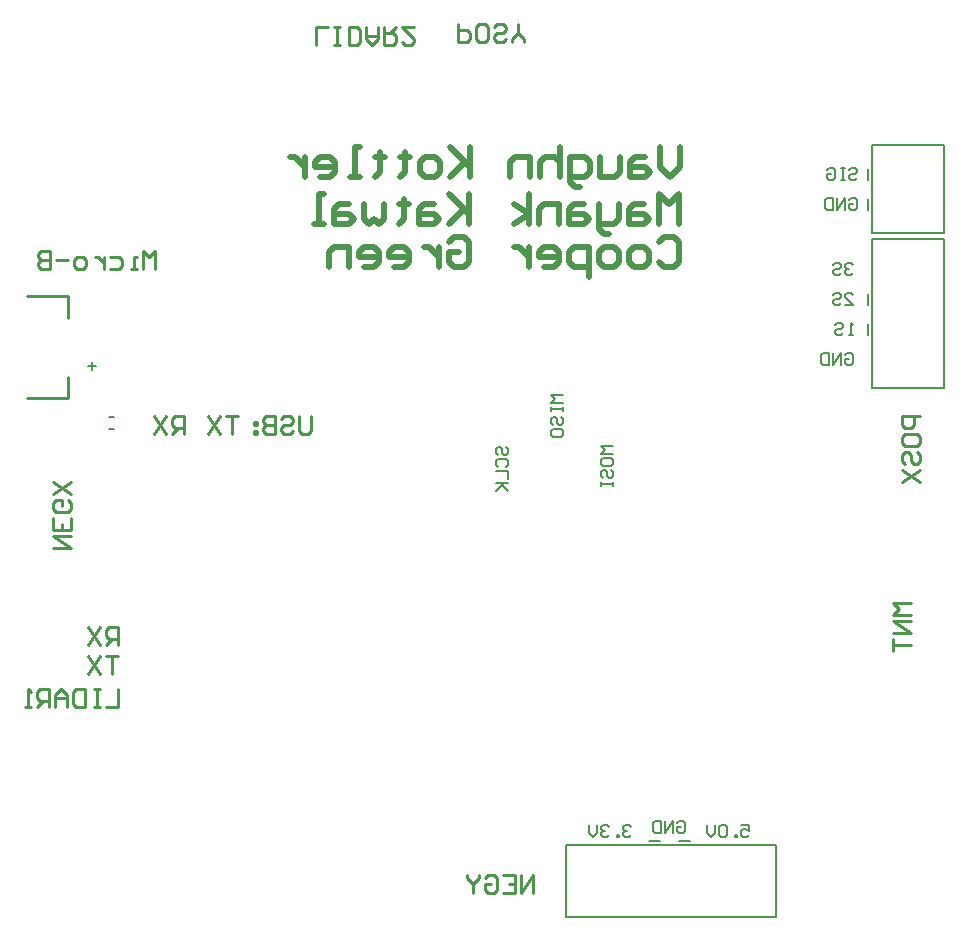
<source format=gbo>
G04*
G04 #@! TF.GenerationSoftware,Altium Limited,Altium Designer,18.1.6 (161)*
G04*
G04 Layer_Color=32896*
%FSLAX25Y25*%
%MOIN*%
G70*
G01*
G75*
%ADD12C,0.01000*%
%ADD14C,0.00787*%
%ADD16C,0.00800*%
%ADD17C,0.02000*%
%ADD19C,0.00591*%
%ADD95C,0.00500*%
D12*
X136969Y342228D02*
X150354D01*
Y335142D02*
Y342228D01*
Y308370D02*
Y315457D01*
X136969Y308370D02*
X150354D01*
X179500Y351500D02*
Y357498D01*
X177501Y355499D01*
X175501Y357498D01*
Y351500D01*
X173502D02*
X171503D01*
X172502D01*
Y355499D01*
X173502D01*
X164505D02*
X167504D01*
X168504Y354499D01*
Y352500D01*
X167504Y351500D01*
X164505D01*
X162505Y355499D02*
Y351500D01*
Y353499D01*
X161506Y354499D01*
X160506Y355499D01*
X159506D01*
X155508Y351500D02*
X153508D01*
X152509Y352500D01*
Y354499D01*
X153508Y355499D01*
X155508D01*
X156507Y354499D01*
Y352500D01*
X155508Y351500D01*
X150509Y354499D02*
X146511D01*
X144511Y357498D02*
Y351500D01*
X141512D01*
X140513Y352500D01*
Y353499D01*
X141512Y354499D01*
X144511D01*
X141512D01*
X140513Y355499D01*
Y356498D01*
X141512Y357498D01*
X144511D01*
X167000Y226189D02*
Y232187D01*
X164001D01*
X163001Y231187D01*
Y229188D01*
X164001Y228188D01*
X167000D01*
X165001D02*
X163001Y226189D01*
X161002Y232187D02*
X157003Y226189D01*
Y232187D02*
X161002Y226189D01*
X167000Y222498D02*
X163001D01*
X165001D01*
Y216500D01*
X161002Y222498D02*
X157003Y216500D01*
Y222498D02*
X161002Y216500D01*
X231500Y302498D02*
Y297500D01*
X230500Y296500D01*
X228501D01*
X227501Y297500D01*
Y302498D01*
X221503Y301498D02*
X222503Y302498D01*
X224502D01*
X225502Y301498D01*
Y300499D01*
X224502Y299499D01*
X222503D01*
X221503Y298499D01*
Y297500D01*
X222503Y296500D01*
X224502D01*
X225502Y297500D01*
X219504Y302498D02*
Y296500D01*
X216505D01*
X215505Y297500D01*
Y298499D01*
X216505Y299499D01*
X219504D01*
X216505D01*
X215505Y300499D01*
Y301498D01*
X216505Y302498D01*
X219504D01*
X213506Y300499D02*
X212506D01*
Y299499D01*
X213506D01*
Y300499D01*
Y297500D02*
X212506D01*
Y296500D01*
X213506D01*
Y297500D01*
X207000Y302498D02*
X203001D01*
X205001D01*
Y296500D01*
X201002Y302498D02*
X197003Y296500D01*
Y302498D02*
X201002Y296500D01*
X189000D02*
Y302498D01*
X186001D01*
X185001Y301498D01*
Y299499D01*
X186001Y298499D01*
X189000D01*
X187001D02*
X185001Y296500D01*
X183002Y302498D02*
X179003Y296500D01*
Y302498D02*
X183002Y296500D01*
X233000Y426002D02*
Y432000D01*
X236999D01*
X238998Y426002D02*
X240997D01*
X239998D01*
Y432000D01*
X238998D01*
X240997D01*
X243996Y426002D02*
Y432000D01*
X246995D01*
X247995Y431000D01*
Y427002D01*
X246995Y426002D01*
X243996D01*
X249994Y432000D02*
Y428001D01*
X251994Y426002D01*
X253993Y428001D01*
Y432000D01*
Y429001D01*
X249994D01*
X255993Y432000D02*
Y426002D01*
X258992D01*
X259991Y427002D01*
Y429001D01*
X258992Y430001D01*
X255993D01*
X257992D02*
X259991Y432000D01*
X265989D02*
X261991D01*
X265989Y428001D01*
Y427002D01*
X264990Y426002D01*
X262990D01*
X261991Y427002D01*
X167000Y211498D02*
Y205500D01*
X163001D01*
X161002Y211498D02*
X159003D01*
X160002D01*
Y205500D01*
X161002D01*
X159003D01*
X156004Y211498D02*
Y205500D01*
X153005D01*
X152005Y206500D01*
Y210498D01*
X153005Y211498D01*
X156004D01*
X150005Y205500D02*
Y209499D01*
X148006Y211498D01*
X146007Y209499D01*
Y205500D01*
Y208499D01*
X150005D01*
X144007Y205500D02*
Y211498D01*
X141008D01*
X140009Y210498D01*
Y208499D01*
X141008Y207499D01*
X144007D01*
X142008D02*
X140009Y205500D01*
X138009D02*
X136010D01*
X137010D01*
Y211498D01*
X138009Y210498D01*
X431500Y240000D02*
X425502D01*
X427501Y238001D01*
X425502Y236001D01*
X431500D01*
Y234002D02*
X425502D01*
X431500Y230003D01*
X425502D01*
Y228004D02*
Y224005D01*
Y226005D01*
X431500D01*
X280500Y433000D02*
Y427002D01*
X283499D01*
X284499Y428002D01*
Y430001D01*
X283499Y431001D01*
X280500D01*
X289497Y427002D02*
X287498D01*
X286498Y428002D01*
Y432000D01*
X287498Y433000D01*
X289497D01*
X290497Y432000D01*
Y428002D01*
X289497Y427002D01*
X296495Y428002D02*
X295495Y427002D01*
X293496D01*
X292496Y428002D01*
Y429001D01*
X293496Y430001D01*
X295495D01*
X296495Y431001D01*
Y432000D01*
X295495Y433000D01*
X293496D01*
X292496Y432000D01*
X298494Y427002D02*
Y428002D01*
X300494Y430001D01*
X302493Y428002D01*
Y427002D01*
X300494Y430001D02*
Y433000D01*
X145500Y258500D02*
X151498D01*
X145500Y262499D01*
X151498D01*
Y268497D02*
Y264498D01*
X145500D01*
Y268497D01*
X148499Y264498D02*
Y266497D01*
X150498Y274495D02*
X151498Y273495D01*
Y271496D01*
X150498Y270496D01*
X146500D01*
X145500Y271496D01*
Y273495D01*
X146500Y274495D01*
X148499D01*
Y272496D01*
X151498Y276494D02*
X145500Y280493D01*
X151498D02*
X145500Y276494D01*
X434500Y302500D02*
X428502D01*
Y299501D01*
X429502Y298501D01*
X431501D01*
X432501Y299501D01*
Y302500D01*
X428502Y293503D02*
Y295502D01*
X429502Y296502D01*
X433500D01*
X434500Y295502D01*
Y293503D01*
X433500Y292503D01*
X429502D01*
X428502Y293503D01*
X429502Y286505D02*
X428502Y287505D01*
Y289504D01*
X429502Y290504D01*
X430501D01*
X431501Y289504D01*
Y287505D01*
X432501Y286505D01*
X433500D01*
X434500Y287505D01*
Y289504D01*
X433500Y290504D01*
X428502Y284506D02*
X434500Y280507D01*
X428502D02*
X434500Y284506D01*
X305500Y143500D02*
Y149498D01*
X301501Y143500D01*
Y149498D01*
X295503D02*
X299502D01*
Y143500D01*
X295503D01*
X299502Y146499D02*
X297503D01*
X289505Y148498D02*
X290505Y149498D01*
X292504D01*
X293504Y148498D01*
Y144500D01*
X292504Y143500D01*
X290505D01*
X289505Y144500D01*
Y146499D01*
X291505D01*
X287506Y149498D02*
Y148498D01*
X285507Y146499D01*
X283507Y148498D01*
Y149498D01*
X285507Y146499D02*
Y143500D01*
D14*
X164016Y301969D02*
X165984D01*
X164016Y298031D02*
X165984D01*
D16*
X293668Y289334D02*
X293001Y290001D01*
Y291334D01*
X293668Y292000D01*
X294334D01*
X295001Y291334D01*
Y290001D01*
X295667Y289334D01*
X296334D01*
X297000Y290001D01*
Y291334D01*
X296334Y292000D01*
X293668Y285335D02*
X293001Y286002D01*
Y287335D01*
X293668Y288001D01*
X296334D01*
X297000Y287335D01*
Y286002D01*
X296334Y285335D01*
X293001Y284003D02*
X297000D01*
Y281337D01*
X293001Y280004D02*
X297000D01*
X295667D01*
X293001Y277338D01*
X295001Y279337D01*
X297000Y277338D01*
X315500Y309500D02*
X311501D01*
X312834Y308167D01*
X311501Y306834D01*
X315500D01*
X311501Y305501D02*
Y304168D01*
Y304835D01*
X315500D01*
Y305501D01*
Y304168D01*
X312168Y299503D02*
X311501Y300170D01*
Y301503D01*
X312168Y302169D01*
X312834D01*
X313501Y301503D01*
Y300170D01*
X314167Y299503D01*
X314834D01*
X315500Y300170D01*
Y301503D01*
X314834Y302169D01*
X311501Y296171D02*
Y297504D01*
X312168Y298170D01*
X314834D01*
X315500Y297504D01*
Y296171D01*
X314834Y295504D01*
X312168D01*
X311501Y296171D01*
X332000Y292500D02*
X328001D01*
X329334Y291167D01*
X328001Y289834D01*
X332000D01*
X328001Y286502D02*
Y287835D01*
X328668Y288501D01*
X331334D01*
X332000Y287835D01*
Y286502D01*
X331334Y285836D01*
X328668D01*
X328001Y286502D01*
X328668Y281837D02*
X328001Y282503D01*
Y283836D01*
X328668Y284503D01*
X329334D01*
X330001Y283836D01*
Y282503D01*
X330667Y281837D01*
X331334D01*
X332000Y282503D01*
Y283836D01*
X331334Y284503D01*
X328001Y280504D02*
Y279171D01*
Y279837D01*
X332000D01*
Y280504D01*
Y279171D01*
X353334Y166832D02*
X354001Y167499D01*
X355334D01*
X356000Y166832D01*
Y164166D01*
X355334Y163500D01*
X354001D01*
X353334Y164166D01*
Y165499D01*
X354667D01*
X352001Y163500D02*
Y167499D01*
X349336Y163500D01*
Y167499D01*
X348003D02*
Y163500D01*
X346003D01*
X345337Y164166D01*
Y166832D01*
X346003Y167499D01*
X348003D01*
X338000Y165332D02*
X337334Y165999D01*
X336001D01*
X335334Y165332D01*
Y164666D01*
X336001Y163999D01*
X336667D01*
X336001D01*
X335334Y163333D01*
Y162666D01*
X336001Y162000D01*
X337334D01*
X338000Y162666D01*
X334001Y162000D02*
Y162666D01*
X333335D01*
Y162000D01*
X334001D01*
X330669Y165332D02*
X330003Y165999D01*
X328670D01*
X328003Y165332D01*
Y164666D01*
X328670Y163999D01*
X329336D01*
X328670D01*
X328003Y163333D01*
Y162666D01*
X328670Y162000D01*
X330003D01*
X330669Y162666D01*
X326670Y165999D02*
Y163333D01*
X325337Y162000D01*
X324005Y163333D01*
Y165999D01*
X374834D02*
X377500D01*
Y163999D01*
X376167Y164666D01*
X375501D01*
X374834Y163999D01*
Y162666D01*
X375501Y162000D01*
X376834D01*
X377500Y162666D01*
X373501Y162000D02*
Y162666D01*
X372835D01*
Y162000D01*
X373501D01*
X370169Y165332D02*
X369503Y165999D01*
X368170D01*
X367503Y165332D01*
Y162666D01*
X368170Y162000D01*
X369503D01*
X370169Y162666D01*
Y165332D01*
X366170Y165999D02*
Y163333D01*
X364837Y162000D01*
X363505Y163333D01*
Y165999D01*
X410834Y374332D02*
X411501Y374999D01*
X412834D01*
X413500Y374332D01*
Y371666D01*
X412834Y371000D01*
X411501D01*
X410834Y371666D01*
Y372999D01*
X412167D01*
X409501Y371000D02*
Y374999D01*
X406836Y371000D01*
Y374999D01*
X405503D02*
Y371000D01*
X403503D01*
X402837Y371666D01*
Y374332D01*
X403503Y374999D01*
X405503D01*
X410834Y384521D02*
X411501Y385188D01*
X412834D01*
X413500Y384521D01*
Y383855D01*
X412834Y383188D01*
X411501D01*
X410834Y382522D01*
Y381855D01*
X411501Y381189D01*
X412834D01*
X413500Y381855D01*
X409501Y385188D02*
X408168D01*
X408835D01*
Y381189D01*
X409501D01*
X408168D01*
X403503Y384521D02*
X404170Y385188D01*
X405503D01*
X406169Y384521D01*
Y381855D01*
X405503Y381189D01*
X404170D01*
X403503Y381855D01*
Y383188D01*
X404836D01*
X409334Y322832D02*
X410001Y323499D01*
X411334D01*
X412000Y322832D01*
Y320166D01*
X411334Y319500D01*
X410001D01*
X409334Y320166D01*
Y321499D01*
X410667D01*
X408001Y319500D02*
Y323499D01*
X405336Y319500D01*
Y323499D01*
X404003D02*
Y319500D01*
X402003D01*
X401337Y320166D01*
Y322832D01*
X402003Y323499D01*
X404003D01*
X412001Y329500D02*
X410668D01*
X411334D01*
Y333499D01*
X412001Y332832D01*
X406003D02*
X406669Y333499D01*
X408002D01*
X408668Y332832D01*
Y332166D01*
X408002Y331499D01*
X406669D01*
X406003Y330833D01*
Y330166D01*
X406669Y329500D01*
X408002D01*
X408668Y330166D01*
X409335Y339500D02*
X412001D01*
X409335Y342166D01*
Y342832D01*
X410001Y343499D01*
X411334D01*
X412001Y342832D01*
X405336D02*
X406003Y343499D01*
X407336D01*
X408002Y342832D01*
Y342166D01*
X407336Y341499D01*
X406003D01*
X405336Y340833D01*
Y340166D01*
X406003Y339500D01*
X407336D01*
X408002Y340166D01*
X412001Y352832D02*
X411334Y353499D01*
X410001D01*
X409335Y352832D01*
Y352166D01*
X410001Y351499D01*
X410668D01*
X410001D01*
X409335Y350833D01*
Y350166D01*
X410001Y349500D01*
X411334D01*
X412001Y350166D01*
X405336Y352832D02*
X406003Y353499D01*
X407336D01*
X408002Y352832D01*
Y352166D01*
X407336Y351499D01*
X406003D01*
X405336Y350833D01*
Y350166D01*
X406003Y349500D01*
X407336D01*
X408002Y350166D01*
D17*
X354000Y366500D02*
Y376497D01*
X350668Y373165D01*
X347336Y376497D01*
Y366500D01*
X342337Y373165D02*
X339005D01*
X337339Y371498D01*
Y366500D01*
X342337D01*
X344003Y368166D01*
X342337Y369832D01*
X337339D01*
X334007Y373165D02*
Y368166D01*
X332340Y366500D01*
X327342D01*
Y364834D01*
X329008Y363168D01*
X330674D01*
X327342Y366500D02*
Y373165D01*
X322344D02*
X319011D01*
X317345Y371498D01*
Y366500D01*
X322344D01*
X324010Y368166D01*
X322344Y369832D01*
X317345D01*
X314013Y366500D02*
Y373165D01*
X309015D01*
X307348Y371498D01*
Y366500D01*
X304016D02*
Y376497D01*
Y369832D02*
X299018Y373165D01*
X304016Y369832D02*
X299018Y366500D01*
X284023Y376497D02*
Y366500D01*
Y369832D01*
X277358Y376497D01*
X282357Y371498D01*
X277358Y366500D01*
X272360Y373165D02*
X269027D01*
X267361Y371498D01*
Y366500D01*
X272360D01*
X274026Y368166D01*
X272360Y369832D01*
X267361D01*
X262363Y374831D02*
Y373165D01*
X264029D01*
X260697D01*
X262363D01*
Y368166D01*
X260697Y366500D01*
X255698Y373165D02*
Y368166D01*
X254032Y366500D01*
X252366Y368166D01*
X250700Y366500D01*
X249034Y368166D01*
Y373165D01*
X244036D02*
X240703D01*
X239037Y371498D01*
Y366500D01*
X244036D01*
X245702Y368166D01*
X244036Y369832D01*
X239037D01*
X235705Y366500D02*
X232373D01*
X234039D01*
Y376497D01*
X235705D01*
X347336Y360331D02*
X349002Y361997D01*
X352334D01*
X354000Y360331D01*
Y353666D01*
X352334Y352000D01*
X349002D01*
X347336Y353666D01*
X342337Y352000D02*
X339005D01*
X337339Y353666D01*
Y356998D01*
X339005Y358664D01*
X342337D01*
X344003Y356998D01*
Y353666D01*
X342337Y352000D01*
X332340D02*
X329008D01*
X327342Y353666D01*
Y356998D01*
X329008Y358664D01*
X332340D01*
X334007Y356998D01*
Y353666D01*
X332340Y352000D01*
X324010Y348668D02*
Y358664D01*
X319011D01*
X317345Y356998D01*
Y353666D01*
X319011Y352000D01*
X324010D01*
X309015D02*
X312347D01*
X314013Y353666D01*
Y356998D01*
X312347Y358664D01*
X309015D01*
X307348Y356998D01*
Y355332D01*
X314013D01*
X304016Y358664D02*
Y352000D01*
Y355332D01*
X302350Y356998D01*
X300684Y358664D01*
X299018D01*
X277358Y360331D02*
X279024Y361997D01*
X282357D01*
X284023Y360331D01*
Y353666D01*
X282357Y352000D01*
X279024D01*
X277358Y353666D01*
Y356998D01*
X280690D01*
X274026Y358664D02*
Y352000D01*
Y355332D01*
X272360Y356998D01*
X270694Y358664D01*
X269027D01*
X259031Y352000D02*
X262363D01*
X264029Y353666D01*
Y356998D01*
X262363Y358664D01*
X259031D01*
X257365Y356998D01*
Y355332D01*
X264029D01*
X249034Y352000D02*
X252366D01*
X254032Y353666D01*
Y356998D01*
X252366Y358664D01*
X249034D01*
X247368Y356998D01*
Y355332D01*
X254032D01*
X244036Y352000D02*
Y358664D01*
X239037D01*
X237371Y356998D01*
Y352000D01*
X354500Y391997D02*
Y385332D01*
X351168Y382000D01*
X347835Y385332D01*
Y391997D01*
X342837Y388665D02*
X339505D01*
X337839Y386998D01*
Y382000D01*
X342837D01*
X344503Y383666D01*
X342837Y385332D01*
X337839D01*
X334507Y388665D02*
Y383666D01*
X332840Y382000D01*
X327842D01*
Y388665D01*
X321177Y378668D02*
X319511D01*
X317845Y380334D01*
Y388665D01*
X322844D01*
X324510Y386998D01*
Y383666D01*
X322844Y382000D01*
X317845D01*
X314513Y391997D02*
Y382000D01*
Y386998D01*
X312847Y388665D01*
X309514D01*
X307848Y386998D01*
Y382000D01*
X304516D02*
Y388665D01*
X299518D01*
X297852Y386998D01*
Y382000D01*
X284523Y391997D02*
Y382000D01*
Y385332D01*
X277858Y391997D01*
X282856Y386998D01*
X277858Y382000D01*
X272860D02*
X269528D01*
X267861Y383666D01*
Y386998D01*
X269528Y388665D01*
X272860D01*
X274526Y386998D01*
Y383666D01*
X272860Y382000D01*
X262863Y390331D02*
Y388665D01*
X264529D01*
X261197D01*
X262863D01*
Y383666D01*
X261197Y382000D01*
X254532Y390331D02*
Y388665D01*
X256198D01*
X252866D01*
X254532D01*
Y383666D01*
X252866Y382000D01*
X247868D02*
X244535D01*
X246202D01*
Y391997D01*
X247868D01*
X234539Y382000D02*
X237871D01*
X239537Y383666D01*
Y386998D01*
X237871Y388665D01*
X234539D01*
X232873Y386998D01*
Y385332D01*
X239537D01*
X229540Y388665D02*
Y382000D01*
Y385332D01*
X227874Y386998D01*
X226208Y388665D01*
X224542D01*
D19*
X158532Y320307D02*
Y317683D01*
X157220Y318995D02*
X159844D01*
D95*
X418371Y392843D02*
X442387D01*
X418371Y363315D02*
Y392843D01*
Y363315D02*
X442387D01*
Y392843D01*
X417190Y371189D02*
Y374732D01*
X417190Y381189D02*
Y384732D01*
X417190Y339453D02*
Y342996D01*
X417190Y329453D02*
Y332996D01*
X442387Y311736D02*
Y361343D01*
X418371Y311736D02*
X442387D01*
X418371D02*
Y361343D01*
X442387D01*
X354217Y160620D02*
X357760D01*
X344216Y160621D02*
X347760D01*
X316657Y135424D02*
X386343D01*
X316657D02*
Y159440D01*
X386343D01*
Y135424D02*
Y159440D01*
M02*

</source>
